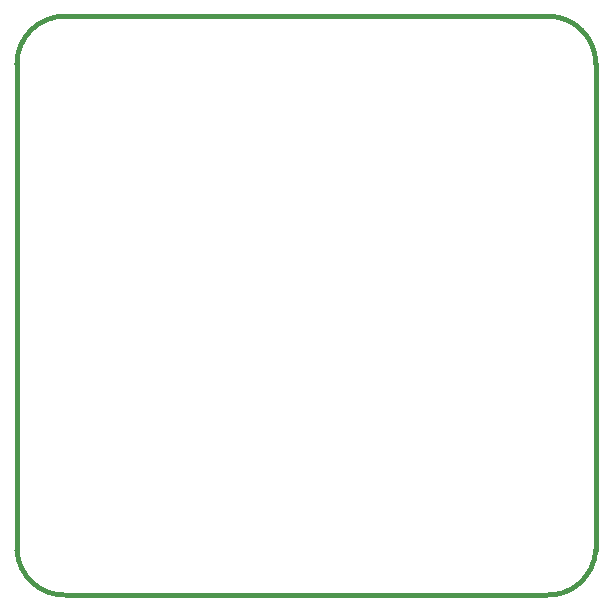
<source format=gbr>
G04 (created by PCBNEW (2013-04-19 BZR 4011)-stable) date 21/08/2014 15:39:43*
%MOIN*%
G04 Gerber Fmt 3.4, Leading zero omitted, Abs format*
%FSLAX34Y34*%
G01*
G70*
G90*
G04 APERTURE LIST*
%ADD10C,0*%
%ADD11C,0.015*%
G04 APERTURE END LIST*
G54D10*
G54D11*
X39253Y-35048D02*
X23353Y-35048D01*
X40953Y-17348D02*
X40953Y-33548D01*
X23253Y-15748D02*
X39353Y-15748D01*
X21653Y-33548D02*
X21653Y-17348D01*
X21653Y-33548D02*
G75*
G03X23354Y-35047I1599J100D01*
G74*
G01*
X39252Y-35047D02*
G75*
G03X40953Y-33548I100J1599D01*
G74*
G01*
X40953Y-17348D02*
G75*
G03X39353Y-15748I-1600J0D01*
G74*
G01*
X23253Y-15748D02*
G75*
G03X21653Y-17348I0J-1600D01*
G74*
G01*
M02*

</source>
